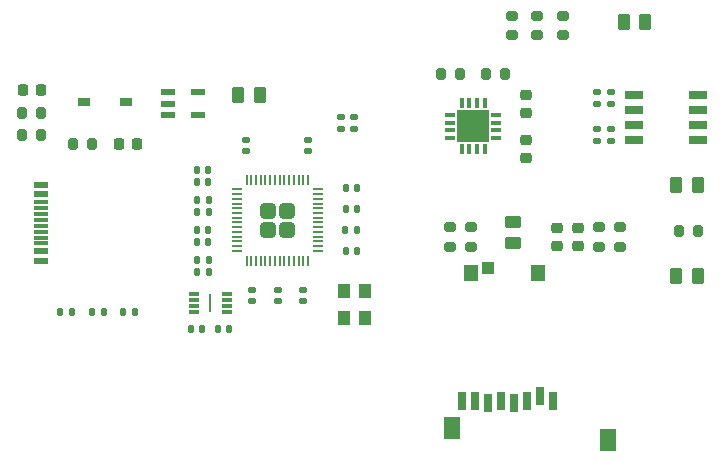
<source format=gtp>
%TF.GenerationSoftware,KiCad,Pcbnew,7.0.10*%
%TF.CreationDate,2024-04-09T11:26:50+02:00*%
%TF.ProjectId,SolarCurveTracer,536f6c61-7243-4757-9276-655472616365,v1.0*%
%TF.SameCoordinates,Original*%
%TF.FileFunction,Paste,Top*%
%TF.FilePolarity,Positive*%
%FSLAX46Y46*%
G04 Gerber Fmt 4.6, Leading zero omitted, Abs format (unit mm)*
G04 Created by KiCad (PCBNEW 7.0.10) date 2024-04-09 11:26:50*
%MOMM*%
%LPD*%
G01*
G04 APERTURE LIST*
G04 Aperture macros list*
%AMRoundRect*
0 Rectangle with rounded corners*
0 $1 Rounding radius*
0 $2 $3 $4 $5 $6 $7 $8 $9 X,Y pos of 4 corners*
0 Add a 4 corners polygon primitive as box body*
4,1,4,$2,$3,$4,$5,$6,$7,$8,$9,$2,$3,0*
0 Add four circle primitives for the rounded corners*
1,1,$1+$1,$2,$3*
1,1,$1+$1,$4,$5*
1,1,$1+$1,$6,$7*
1,1,$1+$1,$8,$9*
0 Add four rect primitives between the rounded corners*
20,1,$1+$1,$2,$3,$4,$5,0*
20,1,$1+$1,$4,$5,$6,$7,0*
20,1,$1+$1,$6,$7,$8,$9,0*
20,1,$1+$1,$8,$9,$2,$3,0*%
G04 Aperture macros list end*
%ADD10RoundRect,0.135000X-0.135000X-0.185000X0.135000X-0.185000X0.135000X0.185000X-0.135000X0.185000X0*%
%ADD11R,1.050000X1.300000*%
%ADD12RoundRect,0.200000X-0.200000X-0.275000X0.200000X-0.275000X0.200000X0.275000X-0.200000X0.275000X0*%
%ADD13RoundRect,0.135000X0.185000X-0.135000X0.185000X0.135000X-0.185000X0.135000X-0.185000X-0.135000X0*%
%ADD14RoundRect,0.200000X0.275000X-0.200000X0.275000X0.200000X-0.275000X0.200000X-0.275000X-0.200000X0*%
%ADD15RoundRect,0.225000X0.250000X-0.225000X0.250000X0.225000X-0.250000X0.225000X-0.250000X-0.225000X0*%
%ADD16RoundRect,0.140000X-0.140000X-0.170000X0.140000X-0.170000X0.140000X0.170000X-0.140000X0.170000X0*%
%ADD17RoundRect,0.140000X0.140000X0.170000X-0.140000X0.170000X-0.140000X-0.170000X0.140000X-0.170000X0*%
%ADD18RoundRect,0.200000X0.200000X0.275000X-0.200000X0.275000X-0.200000X-0.275000X0.200000X-0.275000X0*%
%ADD19RoundRect,0.250000X0.262500X0.450000X-0.262500X0.450000X-0.262500X-0.450000X0.262500X-0.450000X0*%
%ADD20RoundRect,0.135000X0.135000X0.185000X-0.135000X0.185000X-0.135000X-0.185000X0.135000X-0.185000X0*%
%ADD21R,0.900000X0.300000*%
%ADD22R,0.250000X1.650000*%
%ADD23RoundRect,0.140000X-0.170000X0.140000X-0.170000X-0.140000X0.170000X-0.140000X0.170000X0.140000X0*%
%ADD24R,1.150000X0.600000*%
%ADD25R,1.150000X0.300000*%
%ADD26RoundRect,0.250000X-0.450000X0.262500X-0.450000X-0.262500X0.450000X-0.262500X0.450000X0.262500X0*%
%ADD27RoundRect,0.225000X-0.250000X0.225000X-0.250000X-0.225000X0.250000X-0.225000X0.250000X0.225000X0*%
%ADD28RoundRect,0.250000X-0.262500X-0.450000X0.262500X-0.450000X0.262500X0.450000X-0.262500X0.450000X0*%
%ADD29R,1.525000X0.700000*%
%ADD30RoundRect,0.225000X0.225000X0.250000X-0.225000X0.250000X-0.225000X-0.250000X0.225000X-0.250000X0*%
%ADD31RoundRect,0.249999X0.395001X-0.395001X0.395001X0.395001X-0.395001X0.395001X-0.395001X-0.395001X0*%
%ADD32RoundRect,0.050000X0.050000X-0.387500X0.050000X0.387500X-0.050000X0.387500X-0.050000X-0.387500X0*%
%ADD33RoundRect,0.050000X0.387500X-0.050000X0.387500X0.050000X-0.387500X0.050000X-0.387500X-0.050000X0*%
%ADD34RoundRect,0.140000X0.170000X-0.140000X0.170000X0.140000X-0.170000X0.140000X-0.170000X-0.140000X0*%
%ADD35R,0.350000X0.850000*%
%ADD36R,0.850000X0.350000*%
%ADD37R,2.700000X2.700000*%
%ADD38R,1.400000X1.900000*%
%ADD39R,1.200000X1.400000*%
%ADD40R,1.300000X1.400000*%
%ADD41R,0.800000X1.500000*%
%ADD42R,1.000000X1.040000*%
%ADD43RoundRect,0.200000X-0.275000X0.200000X-0.275000X-0.200000X0.275000X-0.200000X0.275000X0.200000X0*%
%ADD44RoundRect,0.135000X-0.185000X0.135000X-0.185000X-0.135000X0.185000X-0.135000X0.185000X0.135000X0*%
%ADD45R,1.200000X0.600000*%
%ADD46R,1.050000X0.750000*%
G04 APERTURE END LIST*
D10*
%TO.C,R703*%
X128014000Y-110109000D03*
X129034000Y-110109000D03*
%TD*%
D11*
%TO.C,Y201*%
X148449000Y-110624000D03*
X148449000Y-108324000D03*
X146699000Y-108324000D03*
X146699000Y-110624000D03*
%TD*%
D12*
%TO.C,R403*%
X154902400Y-89941400D03*
X156552400Y-89941400D03*
%TD*%
D13*
%TO.C,R001*%
X147574000Y-94617000D03*
X147574000Y-93597000D03*
%TD*%
D14*
%TO.C,R304*%
X168275000Y-104584000D03*
X168275000Y-102934000D03*
%TD*%
D10*
%TO.C,R701*%
X122680000Y-110109000D03*
X123700000Y-110109000D03*
%TD*%
D13*
%TO.C,R007*%
X168148000Y-92458000D03*
X168148000Y-91438000D03*
%TD*%
D15*
%TO.C,C402*%
X162077400Y-93256400D03*
X162077400Y-91706400D03*
%TD*%
D16*
%TO.C,C214*%
X136017000Y-111506000D03*
X136977000Y-111506000D03*
%TD*%
D10*
%TO.C,R203*%
X146810000Y-103124000D03*
X147830000Y-103124000D03*
%TD*%
D17*
%TO.C,C201*%
X147800000Y-104902000D03*
X146840000Y-104902000D03*
%TD*%
D18*
%TO.C,R004*%
X176720000Y-103251000D03*
X175070000Y-103251000D03*
%TD*%
D19*
%TO.C,RCD1*%
X172210100Y-85547200D03*
X170385100Y-85547200D03*
%TD*%
D17*
%TO.C,C210*%
X135225000Y-99060000D03*
X134265000Y-99060000D03*
%TD*%
D20*
%TO.C,R201*%
X135257000Y-101600000D03*
X134237000Y-101600000D03*
%TD*%
D14*
%TO.C,R302*%
X170053000Y-104584000D03*
X170053000Y-102934000D03*
%TD*%
D21*
%TO.C,IC202*%
X133982000Y-108597000D03*
X133982000Y-109097000D03*
X133982000Y-109597000D03*
X133982000Y-110097000D03*
X136782000Y-110097000D03*
X136782000Y-109597000D03*
X136782000Y-109097000D03*
X136782000Y-108597000D03*
D22*
X135382000Y-109347000D03*
%TD*%
D23*
%TO.C,C203*%
X141097000Y-108232000D03*
X141097000Y-109192000D03*
%TD*%
D24*
%TO.C,J101*%
X121087000Y-99350000D03*
X121087000Y-100150000D03*
D25*
X121087000Y-101300000D03*
X121087000Y-102300000D03*
X121087000Y-102800000D03*
X121087000Y-103800000D03*
D24*
X121087000Y-105750000D03*
X121087000Y-104950000D03*
D25*
X121087000Y-104300000D03*
X121087000Y-103300000D03*
X121087000Y-101800000D03*
X121087000Y-100800000D03*
%TD*%
D14*
%TO.C,R303*%
X157480000Y-104558600D03*
X157480000Y-102908600D03*
%TD*%
D26*
%TO.C,Rs04*%
X161036000Y-102465500D03*
X161036000Y-104290500D03*
%TD*%
D18*
%TO.C,R402*%
X160362400Y-89941400D03*
X158712400Y-89941400D03*
%TD*%
D23*
%TO.C,C202*%
X143256000Y-108232000D03*
X143256000Y-109192000D03*
%TD*%
D27*
%TO.C,C401*%
X162077400Y-95516400D03*
X162077400Y-97066400D03*
%TD*%
D28*
%TO.C,Rs02*%
X174855500Y-99314000D03*
X176680500Y-99314000D03*
%TD*%
D16*
%TO.C,C205*%
X146840000Y-101346000D03*
X147800000Y-101346000D03*
%TD*%
D12*
%TO.C,R101*%
X119444000Y-93218000D03*
X121094000Y-93218000D03*
%TD*%
D19*
%TO.C,Rs01*%
X176680500Y-107061000D03*
X174855500Y-107061000D03*
%TD*%
D29*
%TO.C,Q001*%
X171278000Y-91694000D03*
X171278000Y-92964000D03*
X171278000Y-94234000D03*
X171278000Y-95504000D03*
X176702000Y-95504000D03*
X176702000Y-94234000D03*
X176702000Y-92964000D03*
X176702000Y-91694000D03*
%TD*%
D15*
%TO.C,C301*%
X164719000Y-104534000D03*
X164719000Y-102984000D03*
%TD*%
D14*
%TO.C,R404*%
X163068000Y-86677000D03*
X163068000Y-85027000D03*
%TD*%
D23*
%TO.C,C204*%
X138938000Y-108232000D03*
X138938000Y-109192000D03*
%TD*%
D13*
%TO.C,R006*%
X169291000Y-95633000D03*
X169291000Y-94613000D03*
%TD*%
D30*
%TO.C,C102*%
X129172000Y-95885000D03*
X127622000Y-95885000D03*
%TD*%
D13*
%TO.C,R005*%
X169291000Y-92458000D03*
X169291000Y-91438000D03*
%TD*%
D30*
%TO.C,C101*%
X121044000Y-91313000D03*
X119494000Y-91313000D03*
%TD*%
D31*
%TO.C,IC201*%
X140259000Y-103124000D03*
X141859000Y-103124000D03*
X140259000Y-101524000D03*
X141859000Y-101524000D03*
D32*
X138459000Y-105761500D03*
X138859000Y-105761500D03*
X139259000Y-105761500D03*
X139659000Y-105761500D03*
X140059000Y-105761500D03*
X140459000Y-105761500D03*
X140859000Y-105761500D03*
X141259000Y-105761500D03*
X141659000Y-105761500D03*
X142059000Y-105761500D03*
X142459000Y-105761500D03*
X142859000Y-105761500D03*
X143259000Y-105761500D03*
X143659000Y-105761500D03*
D33*
X144496500Y-104924000D03*
X144496500Y-104524000D03*
X144496500Y-104124000D03*
X144496500Y-103724000D03*
X144496500Y-103324000D03*
X144496500Y-102924000D03*
X144496500Y-102524000D03*
X144496500Y-102124000D03*
X144496500Y-101724000D03*
X144496500Y-101324000D03*
X144496500Y-100924000D03*
X144496500Y-100524000D03*
X144496500Y-100124000D03*
X144496500Y-99724000D03*
D32*
X143659000Y-98886500D03*
X143259000Y-98886500D03*
X142859000Y-98886500D03*
X142459000Y-98886500D03*
X142059000Y-98886500D03*
X141659000Y-98886500D03*
X141259000Y-98886500D03*
X140859000Y-98886500D03*
X140459000Y-98886500D03*
X140059000Y-98886500D03*
X139659000Y-98886500D03*
X139259000Y-98886500D03*
X138859000Y-98886500D03*
X138459000Y-98886500D03*
D33*
X137621500Y-99724000D03*
X137621500Y-100124000D03*
X137621500Y-100524000D03*
X137621500Y-100924000D03*
X137621500Y-101324000D03*
X137621500Y-101724000D03*
X137621500Y-102124000D03*
X137621500Y-102524000D03*
X137621500Y-102924000D03*
X137621500Y-103324000D03*
X137621500Y-103724000D03*
X137621500Y-104124000D03*
X137621500Y-104524000D03*
X137621500Y-104924000D03*
%TD*%
D13*
%TO.C,R002*%
X146431000Y-94617000D03*
X146431000Y-93597000D03*
%TD*%
D20*
%TO.C,R209*%
X135257000Y-105664000D03*
X134237000Y-105664000D03*
%TD*%
D34*
%TO.C,C207*%
X143637000Y-96492000D03*
X143637000Y-95532000D03*
%TD*%
D14*
%TO.C,R4A1*%
X160909000Y-86677000D03*
X160909000Y-85027000D03*
%TD*%
D35*
%TO.C,IC401*%
X158607400Y-92436400D03*
X157957400Y-92436400D03*
X157307400Y-92436400D03*
X156657400Y-92436400D03*
D36*
X155682400Y-93411400D03*
X155682400Y-94061400D03*
X155682400Y-94711400D03*
X155682400Y-95361400D03*
D35*
X156657400Y-96336400D03*
X157307400Y-96336400D03*
X157957400Y-96336400D03*
X158607400Y-96336400D03*
D36*
X159582400Y-95361400D03*
X159582400Y-94711400D03*
X159582400Y-94061400D03*
X159582400Y-93411400D03*
D37*
X157632400Y-94386400D03*
%TD*%
D17*
%TO.C,C208*%
X135227000Y-103124000D03*
X134267000Y-103124000D03*
%TD*%
%TO.C,C211*%
X135225000Y-104140000D03*
X134265000Y-104140000D03*
%TD*%
D34*
%TO.C,C206*%
X138430000Y-96492000D03*
X138430000Y-95532000D03*
%TD*%
D20*
%TO.C,R208*%
X135257000Y-106680000D03*
X134237000Y-106680000D03*
%TD*%
D17*
%TO.C,C209*%
X135225000Y-98044000D03*
X134265000Y-98044000D03*
%TD*%
D14*
%TO.C,R301*%
X155651200Y-104558600D03*
X155651200Y-102908600D03*
%TD*%
D38*
%TO.C,J301*%
X155883400Y-119920200D03*
X169033400Y-120920200D03*
D39*
X157423400Y-106770200D03*
D40*
X163173400Y-106770200D03*
D41*
X164363400Y-117630200D03*
X163263400Y-117230200D03*
X162163400Y-117630200D03*
X161063400Y-117830200D03*
X159963400Y-117630200D03*
X158863400Y-117830200D03*
X157763400Y-117630200D03*
X156663400Y-117630200D03*
D42*
X158873400Y-106400200D03*
%TD*%
D16*
%TO.C,C212*%
X146840000Y-99568000D03*
X147800000Y-99568000D03*
%TD*%
D12*
%TO.C,R102*%
X119444000Y-95123000D03*
X121094000Y-95123000D03*
%TD*%
D43*
%TO.C,R405*%
X165227000Y-85027000D03*
X165227000Y-86677000D03*
%TD*%
D28*
%TO.C,Rs03*%
X137771500Y-91694000D03*
X139596500Y-91694000D03*
%TD*%
D20*
%TO.C,R202*%
X135257000Y-100584000D03*
X134237000Y-100584000D03*
%TD*%
D18*
%TO.C,R103*%
X125412000Y-95885000D03*
X123762000Y-95885000D03*
%TD*%
D44*
%TO.C,R008*%
X168148000Y-94613000D03*
X168148000Y-95633000D03*
%TD*%
D20*
%TO.C,R702*%
X126367000Y-110072000D03*
X125347000Y-110072000D03*
%TD*%
D15*
%TO.C,C302*%
X166497000Y-104521000D03*
X166497000Y-102971000D03*
%TD*%
D45*
%TO.C,IC101*%
X131846000Y-91506000D03*
X131846000Y-92456000D03*
X131846000Y-93406000D03*
X134346000Y-93406000D03*
X134346000Y-91506000D03*
%TD*%
D17*
%TO.C,C215*%
X134719000Y-111506000D03*
X133759000Y-111506000D03*
%TD*%
D46*
%TO.C,D101*%
X128292000Y-92329000D03*
X124692000Y-92329000D03*
%TD*%
M02*

</source>
